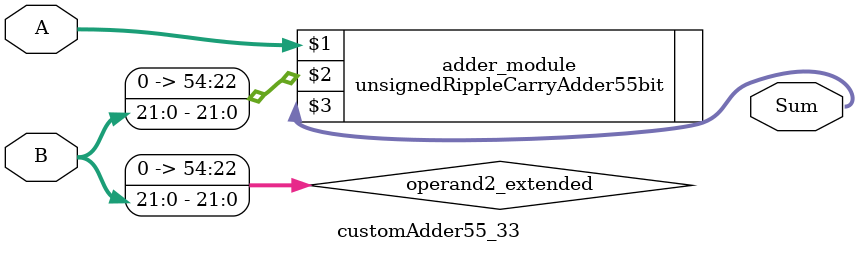
<source format=v>
module customAdder55_33(
                        input [54 : 0] A,
                        input [21 : 0] B,
                        
                        output [55 : 0] Sum
                );

        wire [54 : 0] operand2_extended;
        
        assign operand2_extended =  {33'b0, B};
        
        unsignedRippleCarryAdder55bit adder_module(
            A,
            operand2_extended,
            Sum
        );
        
        endmodule
        
</source>
